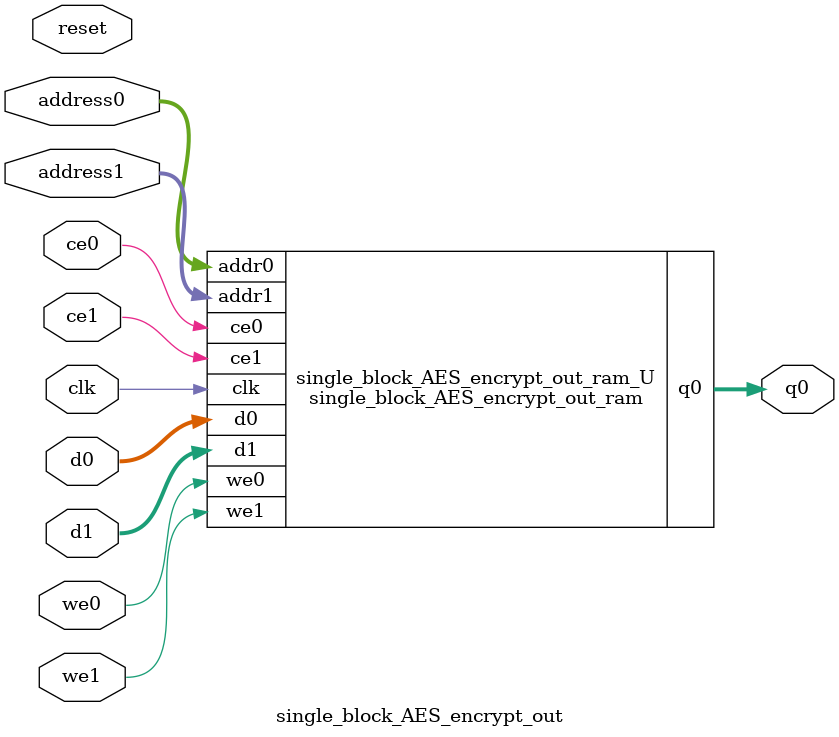
<source format=v>

`timescale 1 ns / 1 ps
module single_block_AES_encrypt_out_ram (addr0, ce0, d0, we0, q0, addr1, ce1, d1, we1,  clk);

parameter DWIDTH = 8;
parameter AWIDTH = 4;
parameter MEM_SIZE = 16;

input[AWIDTH-1:0] addr0;
input ce0;
input[DWIDTH-1:0] d0;
input we0;
output reg[DWIDTH-1:0] q0;
input[AWIDTH-1:0] addr1;
input ce1;
input[DWIDTH-1:0] d1;
input we1;
input clk;

(* ram_style = "block" *)reg [DWIDTH-1:0] ram[MEM_SIZE-1:0];




always @(posedge clk)  
begin 
    if (ce0) 
    begin
        if (we0) 
        begin 
            ram[addr0] <= d0; 
            q0 <= d0;
        end 
        else 
            q0 <= ram[addr0];
    end
end


always @(posedge clk)  
begin 
    if (ce1) 
    begin
        if (we1) 
        begin 
            ram[addr1] <= d1; 
        end 
    end
end


endmodule


`timescale 1 ns / 1 ps
module single_block_AES_encrypt_out(
    reset,
    clk,
    address0,
    ce0,
    we0,
    d0,
    q0,
    address1,
    ce1,
    we1,
    d1);

parameter DataWidth = 32'd8;
parameter AddressRange = 32'd16;
parameter AddressWidth = 32'd4;
input reset;
input clk;
input[AddressWidth - 1:0] address0;
input ce0;
input we0;
input[DataWidth - 1:0] d0;
output[DataWidth - 1:0] q0;
input[AddressWidth - 1:0] address1;
input ce1;
input we1;
input[DataWidth - 1:0] d1;



single_block_AES_encrypt_out_ram single_block_AES_encrypt_out_ram_U(
    .clk( clk ),
    .addr0( address0 ),
    .ce0( ce0 ),
    .d0( d0 ),
    .we0( we0 ),
    .q0( q0 ),
    .addr1( address1 ),
    .ce1( ce1 ),
    .d1( d1 ),
    .we1( we1 ));

endmodule


</source>
